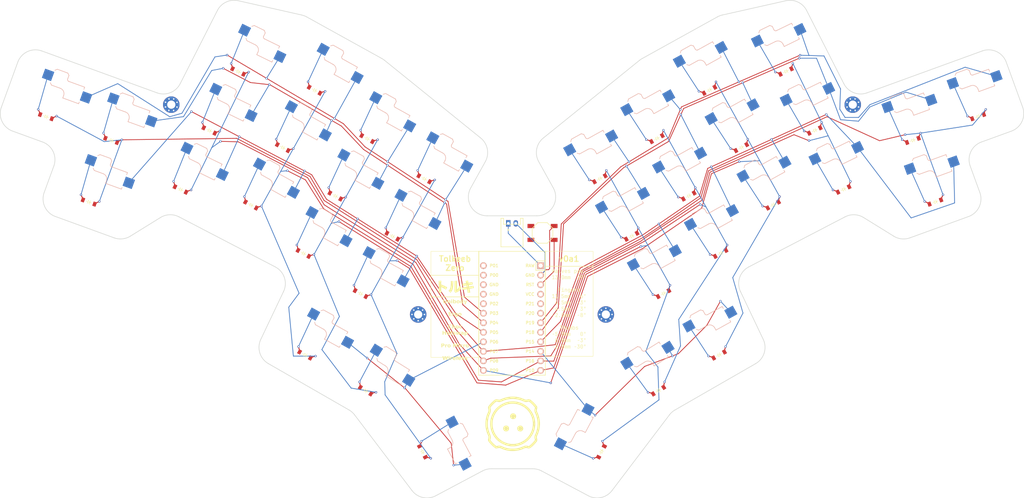
<source format=kicad_pcb>
(kicad_pcb (version 20240108) (generator "pcbnew") (generator_version "8.0")
  (title_block (title "tolkeeb") (rev "v1.0.0") (company "Unknown"))
  (layers (0 "F.Cu" signal) (31 "B.Cu" signal) (34 "B.Paste" user) (35 "F.Paste" user) (36 "B.SilkS" user "B.Silkscreen") (37 "F.SilkS" user "F.Silkscreen") (38 "B.Mask" user) (39 "F.Mask" user) (44 "Edge.Cuts" user))
  (net 0 "")
  (net 1 "pinky_extension_home")
  (net 2 "P3")
  (net 3 "pinky_bottom")
  (net 4 "P5")
  (net 5 "pinky_home")
  (net 6 "P4")
  (net 7 "ring_bottom")
  (net 8 "ring_home")
  (net 9 "ring_top")
  (net 10 "middle_bottom")
  (net 11 "middle_home")
  (net 12 "middle_top")
  (net 13 "index_bottom")
  (net 14 "index_home")
  (net 15 "index_top")
  (net 16 "inner_bottom")
  (net 17 "inner_home")
  (net 18 "inner_top")
  (net 19 "mirror_pinky_extension_home")
  (net 20 "P19")
  (net 21 "mirror_pinky_bottom")
  (net 22 "P15")
  (net 23 "mirror_pinky_home")
  (net 24 "P18")
  (net 25 "mirror_ring_bottom")
  (net 26 "mirror_ring_home")
  (net 27 "mirror_ring_top")
  (net 28 "mirror_middle_bottom")
  (net 29 "mirror_middle_home")
  (net 30 "mirror_middle_top")
  (net 31 "mirror_index_bottom")
  (net 32 "mirror_index_home")
  (net 33 "mirror_index_top")
  (net 34 "mirror_inner_bottom")
  (net 35 "mirror_inner_home")
  (net 36 "mirror_inner_top")
  (net 37 "inner_default")
  (net 38 "P6")
  (net 39 "center_default")
  (net 40 "outer_default")
  (net 41 "mirror_inner_default")
  (net 42 "P14")
  (net 43 "mirror_center_default")
  (net 44 "mirror_outer_default")
  (net 45 "P7")
  (net 46 "P8")
  (net 47 "P9")
  (net 48 "P16")
  (net 49 "P10")
  (net 50 "RAW")
  (net 51 "GND")
  (net 52 "RST")
  (net 53 "VCC")
  (net 54 "P21")
  (net 55 "P20")
  (net 56 "P1")
  (net 57 "P0")
  (net 58 "P2")
  (footprint "E73:SW_TACT_ALPS_SKQGABE010" (layer "F.Cu") (at 158.527541 147.296987)
    (property "Reference" "B1" (hide yes))
    (property "Value" "" (hide yes))
  )
  (footprint "ChocBonusGoodies" (layer "F.Cu") (at 209.207702 120.422865 29)
    (property "Reference" "SB23" (hide yes))
    (property "Value" "")
  )
  (footprint "ProMicro" (layer "F.Cu") (at 150.400003 169.990003 -90)
    (property "Reference" "MCU1" (hide yes))
    (property "Value" "" (hide yes))
  )
  (footprint "MountingHole_2.2mm_M2_Pad_Via" (layer "F.Cu") (at 59.619598 113.085543 -23)
    (property "Reference" "_3" (hide yes))
    (property "Value" "")
  )
  (footprint "ChocBonusGoodies" (layer "F.Cu") (at 39.240742 134.629347 -20)
    (property "Reference" "SB2" (hide yes))
    (property "Value" "")
  )
  (footprint "ChocBonusGoodies" (layer "F.Cu") (at 130.719509 203.429414 -62)
    (property "Reference" "SB33" (hide yes))
    (property "Value" "")
  )
  (footprint "PG1350" (layer "F.Cu") (at 91.592298 120.422867 -29)
    (property "Reference" "S8" (hide yes))
    (property "Value" "" (hide yes))
  )
  (footprint "ChocBonusGoodies" (layer "F.Cu") (at 255.573908 118.184728 20)
    (property "Reference" "SB18" (hide yes))
    (property "Value" "")
  )
  (footprint "ComboDiode" (layer "F.Cu") (at 182.27664 148.156563 -151)
    (property "Reference" "D29" (hide yes))
    (property "Value" "" (hide yes))
  )
  (footprint "ChocBonusGoodies" (layer "F.Cu") (at 114.075289 118.021787 -29)
    (property "Reference" "SB12" (hide yes))
    (property "Value" "")
  )
  (footprint "ComboDiode" (layer "F.Cu") (at 189.003318 122.132499 -151)
    (property "Reference" "D27" (hide yes))
    (property "Value" "" (hide yes))
  )
  (footprint "ComboDiode" (layer "F.Cu") (at 111.382615 189.349826 148)
    (property "Reference" "D32" (hide yes))
    (property "Value" "" (hide yes))
  )
  (footprint "ChocBonusGoodies" (layer "F.Cu") (at 188.482202 159.351695 29)
    (property "Reference" "SB28" (hide yes))
    (property "Value" "")
  )
  (footprint "PG1350" (layer "F.Cu") (at 186.926768 185.364001 32)
    (property "Reference" "S35" (hide yes))
    (property "Value" "" (hide yes))
  )
  (footprint "PG1350" (layer "F.Cu") (at 209.207702 120.422865 29)
    (property "Reference" "S23" (hide yes))
    (property "Value" "" (hide yes))
  )
  (footprint "MountingHole_2.2mm_M2_Pad_Via" (layer "F.Cu") (at 175.400001 169.045849)
    (property "Reference" "_2" (hide yes))
    (property "Value" "")
  )
  (footprint "ChocBonusGoodies" (layer "F.Cu") (at 171.513866 128.740005 29)
    (property "Reference" "SB30" (hide yes))
    (property "Value" "")
  )
  (footprint "PG1350" (layer "F.Cu") (at 195.208881 133.327633 29)
    (property "Reference" "S26" (hide yes))
    (property "Value" "" (hide yes))
  )
  (footprint "PG1350" (layer "F.Cu") (at 129.286134 128.740005 -29)
    (property "Reference" "S15" (hide yes))
    (property "Value" "" (hide yes))
  )
  (footprint "ChocBonusGoodies" (layer "F.Cu") (at 27.841782 111.857357 -20)
    (property "Reference" "SB1" (hide yes))
    (property "Value" "")
  )
  (footprint "PG1350" (layer "F.Cu") (at 112.317799 159.351694 -29)
    (property "Reference" "S13" (hide yes))
    (property "Value" "" (hide yes))
  )
  (footprint "PG1350" (layer "F.Cu") (at 97.521295 175.731971 -29)
    (property "Reference" "S31" (hide yes))
    (property "Value" "" (hide yes))
  )
  (footprint "ChocBonusGoodies" (layer "F.Cu") (at 83.108131 135.728711 -29)
    (property "Reference" "SB7" (hide yes))
    (property "Value" "")
  )
  (footprint "ComboDiode" (layer "F.Cu") (at 95.242688 179.842684 151)
    (property "Reference" "D31" (hide yes))
    (property "Value" "" (hide yes))
  )
  (footprint "PG1350" (layer "F.Cu") (at 120.801966 144.04585 -29)
    (property "Reference" "S14" (hide yes))
    (property "Value" "" (hide yes))
  )
  (footprint "PG1350" (layer "F.Cu") (at 261.559259 134.629349 20)
    (property "Reference" "S17" (hide yes))
    (property "Value" "" (hide yes))
  )
  (footprint "ChocBonusGoodies" (layer "F.Cu") (at 236.663737 131.470024 26)
    (property "Reference" "SB19" (hide yes))
    (property "Value" "")
  )
  (footprint "Tolki:tachikoma15" (layer "F.Cu") (at 150.6 198.2)
    (property "Reference" "G***" (hide yes))
    (property "Value" "LOGO" (hide yes))
  )
  (footprint "ChocBonusGoodies" (layer "F.Cu") (at 261.559259 134.629349 20)
    (property "Reference" "SB17" (hide yes))
    (property "Value" "")
  )
  (footprint "ComboDiode" (layer "F.Cu") (at 126.569656 205.635931 118)
    (property "Reference" "D33" (hide yes))
    (property "Value" "" (hide yes))
  )
  (footprint "PG1350" (layer "F.Cu") (at 200.723533 105.11702 29)
    (property "Reference" "S24" (hide yes))
    (property "Value" "" (hide yes))
  )
  (footprint "ComboDiode" (layer "F.Cu") (at 26.234287 116.273913 160)
    (property "Reference" "D1" (hide yes))
    (property "Value" "" (hide yes))
  )
  (footprint "ComboDiode" (layer "F.Cu") (at 238.724083 135.694356 -154)
    (property "Reference" "D19" (hide yes))
    (property "Value" "" (hide yes))
  )
  (footprint "PG1350" (layer "F.Cu") (at 186.724711 118.021788 29)
    (property "Reference" "S27" (hide yes))
    (property "Value" "" (hide yes))
  )
  (footprint "MountingHole_2.2mm_M2_Pad_Via" (layer "F.Cu") (at 241.180402 113.085544 23)
    (property "Reference" "_4" (hide yes))
    (property "Value" "")
  )
  (footprint "ChocBonusGoodies" (layer "F.Cu") (at 113.873235 185.363998 -32)
    (property "Reference" "SB32" (hide yes))
    (property "Value" "")
  )
  (footprint "ComboDiode" (layer "F.Cu") (at 189.417388 189.349825 -148)
    (property "Reference" "D35" (hide yes))
    (property "Value" "" (hide yes))
  )
  (footprint "ComboDiode" (layer "F.Cu") (at 103.312516 137.438345 151)
    (property "Reference" "D11" (hide yes))
    (property "Value" "" (hide yes))
  )
  (footprint "PG1350" (layer "F.Cu") (at 255.573908 118.184728 20)
    (property "Reference" "S18" (hide yes))
    (property "Value" "" (hide yes))
  )
  (footprint "ChocBonusGoodies" (layer "F.Cu") (at 105.591122 133.327632 -29)
    (property "Reference" "SB11" (hide yes))
    (property "Value" "")
  )
  (footprint "PG1350" (layer "F.Cu") (at 113.873235 185.363998 -32)
    (property "Reference" "S32" (hide yes))
    (property "Value" "" (hide yes))
  )
  (footprint "JST_PH_S2B-PH-K_02x2.00mm_Angled" (layer "F.Cu") (at 150.400001 144.740004)
    (property "Reference" "JST1" (hide yes))
    (property "Value" "" (hide yes))
  )
  (footprint "ChocBonusGoodies" (layer "F.Cu") (at 179.998034 144.045849 29)
    (property "Reference" "SB29" (hide yes))
    (property "Value" "")
  )
  (footprint "ComboDiode" (layer "F.Cu") (at 174.230347 205.635932 -118)
    (property "Reference" "D36" (hide yes))
    (property "Value" "" (hide yes))
  )
  (footprint "ComboDiode" (layer "F.Cu") (at 69.747417 119.965459 154)
    (property "Reference" "D5" (hide yes))
    (property "Value" "" (hide yes))
  )
  (footprint "PG1350" (layer "F.Cu") (at 171.513866 128.740005 29)
    (property "Reference" "S30" (hide yes))
    (property "Value" "" (hide yes))
  )
  (footprint "ComboDiode" (layer "F.Cu") (at 111.796687 122.132498 151)
    (property "Reference" "D12" (hide yes))
    (property "Value" "" (hide yes))
  )
  (footprint "PG1350" (layer "F.Cu") (at 272.958219 111.857355 20)
    (property "Reference" "S16" (hide yes))
    (property "Value" "" (hide yes))
  )
  (footprint "ChocBonusGoodies" (layer "F.Cu") (at 64.136266 131.470021 -26)
    (property "Reference" "SB4" (hide yes))
    (property "Value" "")
  )
  (footprint "ChocBonusGoodies" (layer "F.Cu") (at 186.926768 185.364001 32)
    (property "Reference" "SB35" (hide yes))
    (property "Value" "")
  )
  (footprint "PG1350" (layer "F.Cu") (at 130.719509 203.429414 -62)
    (property "Reference" "S33" (hide yes))
    (property "Value" "" (hide yes))
  )
  (footprint "ChocBonusGoodies" (layer "F.Cu") (at 195.208881 133.327633 29)
    (property "Reference" "SB26" (hide yes))
    (property "Value" "")
  )
  (footprint "ComboDiode" (layer "F.Cu") (at 274.565714 116.273909 -160)
    (property "Reference" "D16" (hide yes))
    (property "Value" "" (hide yes))
  )
  (footprint "PG1350" (layer "F.Cu") (at 45.226093 118.184729 -20)
    (property "Reference" "S3" (hide yes))
    (property "Value" "" (hide yes))
  )
  (footprint "ComboDiode" (layer "F.Cu") (at 173.792472 132.850718 -151)
    (property "Reference" "D30" (hide yes))
    (property "Value" "" (hide yes))
  )
  (footprint "PG1350" (layer "F.Cu") (at 100.076468 105.117022 -29)
    (property "Reference" "S9" (hide yes))
    (property "Value" "" (hide yes))
  )
  (footprint "ComboDiode" (layer "F.Cu") (at 211.486306 124.533577 -151)
    (property "Reference" "D23" (hide yes))
    (property "Value" "" (hide yes))
  )
  (footprint "ChocBonusGoodies" (layer "F.Cu") (at 221.320747 100.01223 26)
    (property "Reference" "SB21" (hide yes))
    (property "Value" "")
  )
  (footprint "ComboDiode" (layer "F.Cu") (at 37.633247 139.045902 160)
    (property "Reference" "D2" (hide yes))
    (property "Value" "" (hide yes))
  )
  (footprint "ComboDiode" (layer "F.Cu") (at 205.971653 152.744189 -151)
    (property "Reference" "D25" (hide yes))
    (property "Value" "" (hide yes))
  )
  (footprint "ComboDiode" (layer "F.Cu") (at 263.166755 139.045905 -160)
    (property "Reference" "D17" (hide yes))
    (property "Value" "" (hide yes))
  )
  (footprint "ChocBonusGoodies" (layer "F.Cu") (at 112.317799 159.351694 -29)
    (property "Reference" "SB13" (hide yes))
    (property "Value" "")
  )
  (footprint "PG1350" (layer "F.Cu") (at 83.108131 135.728711 -29)
    (property "Reference" "S7" (hide yes))
    (property "Value" "" (hide yes))
  )
  (footprint "ComboDiode" (layer "F.Cu") (at 110.039195 163.462406 151)
    (property "Reference" "D13" (hide yes))
    (property "Value" "" (hide yes))
  )
  (footprint "ChocBonusGoodies" (layer "F.Cu") (at 79.479254 100.012231 -26)
    (property "Reference" "SB6" (hide yes))
    (property "Value" "")
  )
  (footprint "ComboDiode" (layer "F.Cu") (at 80.829528 139.83942 151)
    (property "Reference" "D7" (hide yes))
    (property "Value" "" (hide yes))
  )
  (footprint "ChocBonusGoodies" (layer "F.Cu") (at 100.076468 105.117022 -29)
    (property "Reference" "SB9" (hide yes))
    (property "Value" "")
  )
  (footprint "ComboDiode" (layer "F.Cu") (at 223.38109 104.236563 -154)
    (property "Reference" "D21" (hide yes))
    (property "Value" "" (hide yes))
  )
  (footprint "ComboDiode" (layer "F.Cu") (at 127.00753 132.850718 151)
    (property "Reference" "D15" (hide yes))
    (property "Value" "" (hide yes))
  )
  (footprint "PG1350" (layer "F.Cu") (at 39.240742 134.629347 -20)
    (property "Reference" "S2" (hide yes))
    (property "Value" "" (hide yes))
  )
  (footprint "PG1350" (layer "F.Cu") (at 79.479254 100.012231 -26)
    (property "Reference" "S6" (hide yes))
    (property "Value" "" (hide yes))
  )
  (footprint "ChocBonusGoodies" (layer "F.Cu") (at 120.801966 144.04585 -29)
    (property "Reference" "SB14" (hide yes))
    (property "Value" "")
  )
  (footprint "ComboDiode" (layer "F.Cu") (at 219.970475 139.839424 -151)
    (property "Reference" "D22" (hide yes))
    (property "Value" "" (hide yes))
  )
  (footprint "ComboDiode" (layer "F.Cu") (at 203.002138 109.227732 -151)
    (property "Reference" "D24" (hide yes))
    (property "Value" "" (hide yes))
  )
  (footprint "PG1350" (layer "F.Cu") (at 71.807761 115.741126 -26)
    (property "Reference" "S5" (hide yes))
    (property "Value" "" (hide yes))
  )
  (footprint "ChocBonusGoodies" (layer "F.Cu") (at 97.106956 148.633477 -29)
    (property "Reference" "SB10" (hide yes))
    (property "Value" "")
  )
  (footprint "PG1350" (layer "F.Cu") (at 236.663737 131.470024 26)
    (property "Reference" "S19" (hide yes))
    (property "Value" "" (hide yes))
  )
  (footprint "ComboDiode" (layer "F.Cu") (at 205.557314 179.842682 -151)
    (property "Reference" "D34" (hide yes))
    (property "Value" "" (hide yes))
  )
  (footprint "ChocBonusGoodies" (layer "F.Cu") (at 170.080494 203.429414 62)
    (property "Reference" "SB36" (hide yes))
    (property "Value" "")
  )
  (footprint "ComboDiode" (layer "F.Cu") (at 257.181403 122.601283 -160)
    (property "Reference" "D18" (hide yes))
    (property "Value" "" (hide yes))
  )
  (footprint "ComboDiode" (layer "F.Cu") (at 62.07592 135.694354 154)
    (property "Reference" "D4" (hide yes))
    (property "Value" "" (hide yes))
  )
  (footprint "ChocBonusGoodies" (layer "F.Cu") (at 97.521295 175.731971 -29)
    (property "Reference" "SB31" (hide yes))
    (property "Value" "")
  )
  (footprint "PG1350" (layer "F.Cu") (at 221.320747 100.01223 26)
    (property "Reference" "S21" (hide yes))
    (property "Value" "" (hide yes))
  )
  (footprint "ChocBonusGoodies" (layer "F.Cu") (at 91.592298 120.422867 -29)
    (property "Reference" "SB8" (hide yes))
    (property "Value" "")
  )
  (footprint "ChocBonusGoodies" (layer "F.Cu") (at 203.278706 175.73197 29)
    (property "Reference" "SB34" (hide yes))
    (property "Value" "")
  )
  (footprint "ComboDiode" (layer "F.Cu") (at 89.313696 124.533579 151)
    (property "Reference" "D8" (hide yes))
    (property "Value" "" (hide yes))
  )
  (footprint "PG1350" (layer "F.Cu") (at 27.841782 111.857357 -20)
    (property "Reference" "S1" (hide yes))
    (property "Value" "" (hide yes))
  )
  (footprint "ComboDiode" (layer "F.Cu") (at 97.797863 109.227733 151)
    (property "Reference" "D9" (hide yes))
    (property "Value" "" (hide yes))
  )
  (footprint "PG1350" (layer "F.Cu") (at 170.080494 203.429414 62)
    (property "Reference" "S36" (hide yes))
    (property "Value" "" (hide yes))
  )
  (footprint "ComboDiode" (layer "F.Cu") (at 197.487487 137.438344 -151)
    (property "Reference" "D26" (hide yes))
    (property "Value" "" (hide yes))
  )
  (footprint "ChocBonusGoodies" (layer "F.Cu") (at 217.69187 135.728709 29)
    (property "Reference" "SB22" (hide yes))
    (property "Value" "")
  )
  (footprint "PG1350" (layer "F.Cu") (at 203.693048 148.633477 29)
    (property "Reference" "S25" (hide yes))
    (property "Value" "" (hide yes))
  )
  (footprint "ComboDiode" (layer "F.Cu") (at 94.828348 152.744191 151)
    (property "Reference" "D10" (hide yes))
    (property "Value" "" (hide yes))
  )
  (footprint "ComboDiode" (layer "F.Cu") (at 190.760809 163.462408 -151)
    (property "Reference" "D28" (hide yes))
    (property "Value" "" (hide yes))
  )
  (footprint "PG1350" (layer "F.Cu") (at 105.591122 133.327632 -29)
    (property "Reference" "S11" (hide yes))
    (property "Value" "" (hide yes))
  )
  (footprint "ChocBonusGoodies" (layer "F.Cu") (at 45.226093 118.184729 -20)
    (property "Reference" "SB3" (hide yes))
    (property "Value" "")
  )
  (footprint "ComboDiode" (layer "F.Cu") (at 77.418911 104.236563 154)
    (property "Reference" "D6" (hide yes))
    (property "Value" "" (hide yes))
  )
  (footprint "PG1350" (layer "F.Cu") (at 97.106956 148.633477 -29)
    (property "Reference" "S10" (hide yes))
    (property "Value" "" (hide yes))
  )
  (footprint "ChocBonusGoodies" (layer "F.Cu") (at 71.807761 115.741126 -26)
    (property "Reference" "SB5" (hide yes))
    (property "Value" "")
  )
  (footprint "PG1350" (layer "F.Cu") (at 64.136266 131.470021 -26)
    (property "Reference" "S4" (hide yes))
    (property "Value" "" (hide yes))
  )
  (footprint "ChocBonusGoodies" (layer "F.Cu") (at 203.693048 148.633477 29)
    (property "Reference" "SB25" (hide yes))
    (property "Value" "")
  )
  (footprint "ChocBonusGoodies" (layer "F.Cu") (at 129.286134 128.740005 -29)
    (property "Reference" "SB15" (hide yes))
    (property "Value" "")
  )
  (footprint "ChocBonusGoodies" (layer "F.Cu") (at 200.723533 105.11702 29)
    (property "Reference" "SB24" (hide yes))
    (property "Value" "")
  )
  (footprint "ComboDiode" (layer "F.Cu") (at 231.052586 119.965458 -154)
    (property "Reference" "D20" (hide yes))
    (property "Value" "" (hide yes))
  )
  (footprint "ComboDiode" (layer "F.Cu") (at 43.618601 122.601284 160)
    (property "Reference" "D3" (hide yes))
    (property "Value" "" (hide yes))
  )
  (footprint "PG1350" (layer "F.Cu") (at 217.69187 135.728709 29)
    (property "Reference" "S22" (hide yes))
    (property "Value" "" (hide yes))
  )
  (footprint "ChocBonusGoodies" (layer "F.Cu") (at 272.958219 111.857355 20)
    (property "Reference" "SB16" (hide yes))
    (property "Value" "")
  )
  (footprint "ComboDiode" (layer "F.Cu") (at 118.523361 148.156561 151)
    (property "Reference" "D14" (hide yes))
    (property "Value" "" (hide yes))
  )
  (footprint "PG1350" (layer "F.Cu") (at 188.482202 159.351695 29)
    (property "Reference" "S28" (hide yes))
    (property "Value" "" (hide yes))
  )
  (footprint "PG1350" (layer "F.Cu") (at 179.998034 144.045849 29)
    (property "Reference" "S29" (hide yes))
    (property "Value" "" (hide yes))
  )
  (footprint "ChocBonusGoodies" (layer "F.Cu") (at 186.724711 118.021788 29)
    (property "Reference" "SB27" (hide yes))
    (property "Value" "")
  )
  (footprint "PG1350" (layer "F.Cu") (at 203.278706 175.73197 29)
    (property "Reference" "S34" (hide yes))
    (property "Value" "" (hide yes))
  )
  (footprint "PG1350" (layer "F.Cu") (at 228.992241 115.741127 26)
    (property "Reference" "S20" (hide yes))
    (property "Value" "" (hide yes))
  )
  (footprint "ChocBonusGoodies" (layer "F.Cu") (at 228.992241 115.741127 26)
    (property "Reference" "SB20" (hide yes))
    (property "Value" "")
  )
  (footprint "PG1350" (layer "F.Cu") (at 114.075289 118.021787 -29)
    (property "Reference" "S12" (hide yes))
    (property "Value" "" (hide yes))
  )
  (footprint "MountingHole_2.2mm_M2_Pad_Via" (layer "F.Cu") (at 125.4 169.045849)
    (property "Reference" "_1" (hide yes))
    (property "Value" "")
  )
  (gr_line (start 275.039443 136.507099) (end 272.474293 129.459404) (stroke (width 0.15)) (layer "Edge.Cuts"))
  (gr_line (start 275.669082 98.765661) (end 244.980921 109.935241) (stroke (width 0.15)) (layer "Edge.Cuts"))
  (gr_line (start 116.447374 101.272133) (end 142.053873 121.981097) (stroke (width 0.15)) (layer "Edge.Cuts"))
  (gr_arc (start 157.517178 128.292862) (mid 156.982442 124.913219) (end 158.746129 121.981096) (stroke (width 0.15)) (layer "Edge.Cuts"))
  (gr_arc (start 71.896495 87.98559) (mid 74.226068 85.725034) (end 77.452837 85.371414) (stroke (width 0.15)) (layer "Edge.Cuts"))
  (gr_line (start 184.352629 101.272133) (end 158.746129 121.981096) (stroke (width 0.15)) (layer "Edge.Cuts"))
  (gr_line (start 157.517178 128.292862) (end 161.404483 135.305746) (stroke (width 0.15)) (layer "Edge.Cuts"))
  (gr_arc (start 239.1278 143.006888) (mid 241.622278 142.445385) (end 244.068176 143.190526) (stroke (width 0.15)) (layer "Edge.Cuts"))
  (gr_line (start 143.282824 128.292858) (end 139.395519 135.305747) (stroke (width 0.15)) (layer "Edge.Cuts"))
  (gr_arc (start 17.349961 120.143668) (mid 14.528513 117.558306) (end 14.3616 113.735102) (stroke (width 0.15)) (layer "Edge.Cuts"))
  (gr_arc (start 56.731827 143.190526) (mid 59.177732 142.445396) (end 61.672199 143.006888) (stroke (width 0.15)) (layer "Edge.Cuts"))
  (gr_line (start 142.515044 210.776771) (end 130.081275 217.387925) (stroke (width 0.15)) (layer "Edge.Cuts"))
  (gr_line (start 244.068176 143.190526) (end 252.087506 148.1545) (stroke (width 0.15)) (layer "Edge.Cuts"))
  (gr_arc (start 94.374752 89.180994) (mid 95.055694 89.386144) (end 95.70065 89.685814) (stroke (width 0.15)) (layer "Edge.Cuts"))
  (gr_line (start 14.3616 113.735102) (end 18.722357 101.754021) (stroke (width 0.15)) (layer "Edge.Cuts"))
  (gr_line (start 155.9376 210.191511) (end 144.862401 210.191512) (stroke (width 0.15)) (layer "Edge.Cuts"))
  (gr_arc (start 155.9376 210.191511) (mid 157.147207 210.34004) (end 158.28496 210.776774) (stroke (width 0.15)) (layer "Edge.Cuts"))
  (gr_arc (start 87.316202 156.356311) (mid 89.747772 159.201061) (end 89.523817 162.936709) (stroke (width 0.15)) (layer "Edge.Cuts"))
  (gr_line (start 158.28496 210.776774) (end 170.71873 217.387928) (stroke (width 0.15)) (layer "Edge.Cuts"))
  (gr_line (start 83.472477 175.675934) (end 89.523817 162.936709) (stroke (width 0.15)) (layer "Edge.Cuts"))
  (gr_line (start 286.438402 113.735102) (end 282.077645 101.754022) (stroke (width 0.15)) (layer "Edge.Cuts"))
  (gr_line (start 95.70065 89.685814) (end 115.727274 100.786751) (stroke (width 0.15)) (layer "Edge.Cuts"))
  (gr_line (start 205.099353 89.685813) (end 185.072728 100.786751) (stroke (width 0.15)) (layer "Edge.Cuts"))
  (gr_arc (start 286.438401 113.735105) (mid 286.271452 117.55828) (end 283.45004 120.143669) (stroke (width 0.15)) (layer "Edge.Cuts"))
  (gr_line (start 25.130921 98.765659) (end 55.819081 109.935237) (stroke (width 0.15)) (layer "Edge.Cuts"))
  (gr_line (start 25.760561 136.5071) (end 28.325713 129.459403) (stroke (width 0.15)) (layer "Edge.Cuts"))
  (gr_line (start 143.768616 142.729795) (end 157.031386 142.729794) (stroke (width 0.15)) (layer "Edge.Cuts"))
  (gr_arc (start 275.669082 98.765661) (mid 279.492236 98.932645) (end 282.077645 101.754022) (stroke (width 0.15)) (layer "Edge.Cuts"))
  (gr_arc (start 48.712498 148.154499) (mid 46.592991 148.876836) (end 44.370768 148.601548) (stroke (width 0.15)) (layer "Edge.Cuts"))
  (gr_line (start 25.337348 123.050837) (end 17.349961 120.143668) (stroke (width 0.15)) (layer "Edge.Cuts"))
  (gr_arc (start 217.327527 175.675933) (mid 217.583934 179.311713) (end 215.304122 182.155465) (stroke (width 0.15)) (layer "Edge.Cuts"))
  (gr_arc (start 61.987371 107.500517) (mid 59.364927 109.887576) (end 55.819081 109.935237) (stroke (width 0.15)) (layer "Edge.Cuts"))
  (gr_arc (start 177.050849 215.993399) (mid 174.14147 217.856166) (end 170.71873 217.387928) (stroke (width 0.15)) (layer "Edge.Cuts"))
  (gr_arc (start 275.039441 136.507099) (mid 274.872557 140.330312) (end 272.051081 142.91566) (stroke (width 0.15)) (layer "Edge.Cuts"))
  (gr_line (start 44.370768 148.601548) (end 28.748921 142.915663) (stroke (width 0.15)) (layer "Edge.Cuts"))
  (gr_line (start 123.749154 215.9934) (end 108.458042 195.818838) (stroke (width 0.15)) (layer "Edge.Cuts"))
  (gr_arc (start 223.347164 85.371416) (mid 226.573908 85.725073) (end 228.903507 87.985592) (stroke (width 0.15)) (layer "Edge.Cuts"))
  (gr_arc (start 143.768616 142.729795) (mid 139.46051 140.267468) (end 139.395519 135.305747) (stroke (width 0.15)) (layer "Edge.Cuts"))
  (gr_line (start 275.462655 123.050838) (end 283.45004 120.143669) (stroke (width 0.15)) (layer "Edge.Cuts"))
  (gr_arc (start 205.099353 89.685813) (mid 205.744304 89.386132) (end 206.425251 89.180994) (stroke (width 0.15)) (layer "Edge.Cuts"))
  (gr_line (start 56.731827 143.190526) (end 48.712498 148.154499) (stroke (width 0.15)) (layer "Edge.Cuts"))
  (gr_line (start 256.429234 148.601548) (end 272.051081 142.91566) (stroke (width 0.15)) (layer "Edge.Cuts"))
  (gr_arc (start 244.980921 109.935237) (mid 241.435064 109.887607) (end 238.812629 107.500516) (stroke (width 0.15)) (layer "Edge.Cuts"))
  (gr_line (start 213.483801 156.356309) (end 239.1278 143.006888) (stroke (width 0.15)) (layer "Edge.Cuts"))
  (gr_line (start 177.050849 215.993399) (end 192.341962 195.81884) (stroke (width 0.15)) (layer "Edge.Cuts"))
  (gr_arc (start 256.429234 148.601547) (mid 254.207022 148.876758) (end 252.087506 148.1545) (stroke (width 0.15)) (layer "Edge.Cuts"))
  (gr_line (start 238.812629 107.500516) (end 228.903507 87.985592) (stroke (width 0.15)) (layer "Edge.Cuts"))
  (gr_line (start 193.83377 194.504863) (end 215.304122 182.155465) (stroke (width 0.15)) (layer "Edge.Cuts"))
  (gr_arc (start 106.966231 194.504859) (mid 107.778089 195.086968) (end 108.45804 195.818835) (stroke (width 0.15)) (layer "Edge.Cuts"))
  (gr_arc (start 142.053871 121.981097) (mid 143.81755 124.91321) (end 143.282824 128.292858) (stroke (width 0.15)) (layer "Edge.Cuts"))
  (gr_line (start 106.966231 194.504859) (end 85.495882 182.155466) (stroke (width 0.15)) (layer "Edge.Cuts"))
  (gr_line (start 223.347165 85.371417) (end 206.425251 89.180994) (stroke (width 0.15)) (layer "Edge.Cuts"))
  (gr_arc (start 192.341962 195.818837) (mid 193.021896 195.086952) (end 193.83377 194.504863) (stroke (width 0.15)) (layer "Edge.Cuts"))
  (gr_arc (start 115.727274 100.786751) (mid 116.097882 101.013778) (end 116.447374 101.272133) (stroke (width 0.15)) (layer "Edge.Cuts"))
  (gr_arc (start 161.404483 135.305747) (mid 161.339539 140.267489) (end 157.031386 142.729794) (stroke (width 0.15)) (layer "Edge.Cuts"))
  (gr_arc (start 184.352631 101.272133) (mid 184.702123 101.013781) (end 185.072728 100.786751) (stroke (width 0.15)) (layer "Edge.Cuts"))
  (gr_line (start 87.316202 156.356311) (end 61.672199 143.006888) (stroke (width 0.15)) (layer "Edge.Cuts"))
  (gr_line (start 77.452837 85.371414) (end 94.374752 89.180994) (stroke (width 0.15)) (layer "Edge.Cuts"))
  (gr_arc (start 272.474293 129.459404) (mid 272.641193 125.636199) (end 275.462655 123.050838) (stroke (width 0.15)) (layer "Edge.Cuts"))
  (gr_line (start 61.987374 107.500519) (end 71.896495 87.98559) (stroke (width 0.15)) (layer "Edge.Cuts"))
  (gr_arc (start 28.748921 142.915663) (mid 25.927498 140.330282) (end 25.760561 136.5071) (stroke (width 0.15)) (layer "Edge.Cuts"))
  (gr_line (start 217.327527 175.675933) (end 211.276183 162.936711) (stroke (width 0.15)) (layer "Edge.Cuts"))
  (gr_arc (start 25.337348 123.050837) (mid 28.158788 125.636218) (end 28.325713 129.459403) (stroke (width 0.15)) (layer "Edge.Cuts"))
  (gr_arc (start 85.495883 182.155465) (mid 83.216192 179.311671) (end 83.472477 175.675934) (stroke (width 0.15)) (layer "Edge.Cuts"))
  (gr_arc (start 130.081275 217.387925) (mid 126.658525 217.8562) (end 123.749154 215.9934) (stroke (width 0.15)) (layer "Edge.Cuts"))
  (gr_arc (start 18.722356 101.754025) (mid 21.307728 98.932582) (end 25.130921 98.765659) (stroke (width 0.15)) (layer "Edge.Cuts"))
  (gr_arc (start 211.276183 162.936711) (mid 211.052232 159.201068) (end 213.483801 156.356309) (stroke (width 0.15)) (layer "Edge.Cuts"))
  (gr_arc (start 142.515044 210.776771) (mid 143.652789 210.340019) (end 144.862401 210.191512) (stroke (width 0.15)) (layer "Edge.Cuts"))
  (gr_text_box "Tolkeeb\nZero" (start 128.8 152.2) (end 141.6 158.6) (layer "F.SilkS") (effects (font (size 1.5 1.5) (thickness 0.3) (bold yes)) (justify top)) (border yes) (stroke (width 0.1)))
  (gr_text_box "Unibody\n\nErgo\n\nChoc Hotswap\n\nPro Micro\n\nWireless" (start 128.8 164.3) (end 141.6 180.5) (layer "F.SilkS") (effects (font (size 1 1) (thickness 0.2) (bold yes)) (justify top)) (border yes) (stroke (width 0.1)))
  (gr_text_box "v0a1" (start 159.2 152.2) (end 172 156.2) (layer "F.SilkS") (effects (font (size 1.5 1.5) (thickness 0.3) (bold yes)) (justify top)) (border yes) (stroke (width 0.1)))
  (gr_text_box "Halves pos.\n13.0mm  29°\n\nFingers\n11.5mm   6°\n 4.5mm  -3°\n-4.5mm   3°\n-2.0mm  -8°\n\nThumbs\n-5.0mm   0°\n 0.0mm  -3°\n-2.0mm -30°" (start 159.2 156.2) (end 172 180.2) (layer "F.SilkS") (effects (font (size 1 1) (thickness 0.125)) (justify top)) (border yes) (stroke (width 0.1)))
  (gr_text_box "トルキ" (start 128.8 158.6) (end 141.6 164.4) (layer "F.SilkS") (effects (font (size 2.5 2.5) (thickness 0.3) (bold yes)) (justify top)) (border yes) (stroke (width 0.1)))
  (segment (start 26.799309 105.146067) (end 24.167307 114.350996) (width 0.2) (layer "B.Cu") (net 1))
  (segment (start 117.267784 128.303039) (end 132.684992 138.442702) (width 0.2) (layer "F.Cu") (net 2))
  (segment (start 137.73099 164.404791) (end 142.780003 168.720002) (width 0.2) (layer "F.Cu") (net 2))
  (segment (start 105.498512 118.182855) (end 111.234964 124.335343) (width 0.2) (layer "F.Cu") (net 2))
  (segment (start 85.003076 106.066166) (end 103.087283 116.757363) (width 0.2) (layer "F.Cu") (net 2))
  (segment (start 132.684992 138.442702) (end 133.355306 138.883558) (width 0.2) (layer "F.Cu") (net 2))
  (segment (start 111.234964 124.335343) (end 117.267784 128.303039) (width 0.2) (layer "F.Cu") (net 2))
  (segment (start 103.087283 116.757363) (end 105.498512 118.182855) (width 0.2) (layer "F.Cu") (net 2))
  (segment (start 74.497011 99.85509) (end 85.003076 106.066166) (width 0.2) (layer "F.Cu") (net 2))
  (segment (start 133.355306 138.883558) (end 137.73099 164.404791) (width 0.2) (layer "F.Cu") (net 2))
  (via (at 132.684992 138.442702) (size 0.6) (drill 0.3) (layers "F.Cu" "B.Cu") (net 2))
  (via (at 85.003076 106.066166) (size 0.6) (drill 0.3) (layers "F.Cu" "B.Cu") (net 2))
  (via (at 117.267784 128.303039) (size 0.6) (drill 0.3) (layers "F.Cu" "B.Cu") (net 2))
  (via (at 103.087283 116.757363) (size 0.6) (drill 0.3) (layers "F.Cu" "B.Cu") (net 2))
  (via (at 74.497011 99.85509) (size 0.6) (drill 0.3) (layers "F.Cu" "B.Cu") (net 2))
  (segment (start 88.560667 100.269274) (end 85.003076 106.066166) (width 0.2) (layer "B.Cu") (net 2))
  (segment (start 45.346263 107.47833) (end 59.205217 116.303827) (width 0.2) (layer "B.Cu") (net 2))
  (segment (start 138.341648 129.471981) (end 132.684992 138.442702) (width 0.2) (layer "B.Cu") (net 2))
  (segment (start 123.130803 118.753762) (end 117.267784 128.303039) (width 0.2) (layer "B.Cu") (net 2))
  (segment (start 109.131983 105.848998) (end 103.087283 116.757363) (width 0.2) (layer "B.Cu") (net 2))
  (segment (start 36.900314 111.163726) (end 45.346263 107.47833) (width 0.2) (layer "B.Cu") (net 2))
  (segment (start 71.253381 100.343824) (end 74.497011 99.85509) (width 0.2) (layer "B.Cu") (net 2))
  (segment (start 62.467846 115.368283) (end 71.253381 100.343824) (width 0.2) (layer "B.Cu") (net 2))
  (segment (start 59.205217 116.303827) (end 62.467846 115.368283) (width 0.2) (layer "B.Cu") (net 2))
  (segment (start 38.198269 127.91806) (end 35.566268 137.122988) (width 0.2) (layer "B.Cu") (net 3))
  (segment (start 109.275679 143.546244) (end 125.035579 153.480207) (width 0.2) (layer "F.Cu") (net 4))
  (segment (start 64.99278 114.938511) (end 77.741586 121.641438) (width 0.2) (layer "F.Cu") (net 4))
  (segment (start 135.481866 168.874852) (end 142.780003 173.800003) (width 0.2) (layer "F.Cu") (net 4))
  (segment (start 97.041862 131.788923) (end 100.972075 138.312221) (width 0.2) (layer "F.Cu") (net 4))
  (segment (start 100.972075 138.312221) (end 109.275679 143.546244) (width 0.2) (layer "F.Cu") (net 4))
  (segment (start 125.035579 153.480207) (end 135.481866 168.874852) (width 0.2) (layer "F.Cu") (net 4))
  (segment (start 77.741586 121.641438) (end 95.094128 130.764865) (width 0.2) (layer "F.Cu") (net 4))
  (segment (start 95.094128 130.764865) (end 97.041862 131.788923) (width 0.2) (layer "F.Cu") (net 4))
  (via (at 125.035579 153.480207) (size 0.6) (drill 0.3) (layers "F.Cu" "B.Cu") (net 4))
  (via (at 109.275679 143.546244) (size 0.6) (drill 0.3) (layers "F.Cu" "B.Cu") (net 4))
  (via (at 77.741586 121.641438) (size 0.6) (drill 0.3) (layers "F.Cu" "B.Cu") (net 4))
  (via (at 95.094128 130.764865) (size 0.6) (drill 0.3) (layers "F.Cu" "B.Cu") (net 4))
  (via (at 64.99278 114.938511) (size 0.6) (drill 0.3) (layers "F.Cu" "B.Cu") (net 4))
  (segment (start 73.217678 131.727065) (end 77.741586 121.641438) (width 0.2) (layer "B.Cu") (net 4))
  (segment (start 121.373313 160.083669) (end 125.035579 153.480207) (width 0.2) (layer "B.Cu") (net 4))
  (segment (start 106.162469 149.365454) (end 109.275679 143.546244) (width 0.2) (layer "B.Cu") (net 4))
  (segment (start 48.299274 133.935717) (end 64.99278 114.938511) (width 0.2) (layer "B.Cu") (net 4))
  (segment (start 92.163646 136.460686) (end 95.094128 130.764865) (width 0.2) (layer "B.Cu") (net 4))
  (segment (start 44.18362 111.473442) (end 41.551623 120.678367) (width 0.2) (layer "B.Cu") (net 5))
  (segment (start 104.93574 118.78559) (end 110.847116 125.03504) (width 0.2) (layer "F.Cu") (net 6))
  (segment (start 132.464723 139.252611) (end 132.967458 139.583253) (width 0.2) (layer "F.Cu") (net 6))
  (segment (start 85.736036 107.752936) (end 85.888031 107.76993) (width 0.2) (layer "F.Cu") (net 6))
  (segment (start 80.720236 107.192083) (end 85.736036 107.752936) (width 0.2) (layer "F.Cu") (net 6))
  (segment (start 73.451392 103.391569) (end 80.720236 107.192083) (width 0.2) (layer "F.Cu") (net 6))
  (segment (start 110.847116 125.03504) (end 117.215094 129.223161) (width 0.2) (layer "F.Cu") (net 6))
  (segment (start 117.215094 129.223161) (end 132.464723 139.252611) (width 0.2) (layer "F.Cu") (net 6))
  (segment (start 85.888031 107.76993) (end 102.338325 117.283454) (width 0.2) (layer "F.Cu") (net 6))
  (segment (start 102.338325 117.283454) (end 104.93574 118.78559) (width 0.2) (layer "F.Cu") (net 6))
  (segment (start 132.967458 139.583253) (end 137.286142 166.444917) (width 0.2) (layer "F.Cu") (net 6))
  (segment (start 137.286142 166.444917) (end 142.780003 171.260002) (width 0.2) (layer "F.Cu") (net 6))
  (via (at 73.451392 103.391569) (size 0.6) (drill 0.3) (layers "F.Cu" "B.Cu") (net 6))
  (via (at 85.736036 107.752936) (size 0.6) (drill 0.3) (layers "F.Cu" "B.Cu") (net 6))
  (via (at 132.464723 139.252611) (size 0.6) (drill 0.3) (layers "F.Cu" "B.Cu") (net 6))
  (via (at 117.215094 129.223161) (size 0.6) (drill 0.3) (layers "F.Cu" "B.Cu") (net 6))
  (via (at 102.338325 117.283454) (size 0.6) (drill 0.3) (layers "F.Cu" "B.Cu") (net 6))
  (segment (start 54.284626 117.491098) (end 62.876656 116.280902) (width 0.2) (layer "B.Cu") (net 6))
  (segment (start 114.646635 134.059609) (end 117.215094 129.223161) (width 0.2) (layer "B.Cu") (net 6))
  (segment (start 80.889173 115.99817) (end 85.736036 107.752936) (width 0.2) (layer "B.Cu") (net 6))
  (segment (start 100.647813 121.154841) (end 102.338325 117.283454) (width 0.2) (layer "B.Cu") (net 6))
  (segment (start 129.857481 144.777825) (end 132.464723 139.252611) (width 0.2) (layer "B.Cu") (net 6))
  (segment (start 70.382687 103.977265) (end 73.451392 103.391569) (width 0.2) (layer "B.Cu") (net 6))
  (segment (start 62.876656 116.280902) (end 70.382687 103.977265) (width 0.2) (layer "B.Cu") (net 6))
  (segment (start 63.801022 124.686535) (end 60.221264 133.565917) (width 0.2) (layer "B.Cu") (net 7))
  (segment (start 71.472516 108.95764) (end 67.89276 117.83702) (width 0.2) (layer "B.Cu") (net 8))
  (segment (start 79.144013 93.22874) (end 75.564256 102.108125) (width 0.2) (layer "B.Cu") (net 9))
  (segment (start 83.12837 128.936971) (end 79.088807 137.616836) (width 0.2) (layer "B.Cu") (net 10))
  (segment (start 91.612538 113.631125) (end 87.572977 122.31099) (width 0.2) (layer "B.Cu") (net 11))
  (segment (start 100.096705 98.325283) (end 96.057144 107.005145) (width 0.2) (layer "B.Cu") (net 12))
  (segment (start 97.127192 141.841738) (end 93.087627 150.521603) (width 0.2) (layer "B.Cu") (net 13))
  (segment (start 105.611359 126.535893) (end 101.571795 135.215759) (width 0.2) (layer "B.Cu") (net 14))
  (segment (start 114.095528 111.230047) (end 110.055963 119.909913) (width 0.2) (layer "B.Cu") (net 15))
  (segment (start 112.338037 152.559957) (end 108.298472 161.23982) (width 0.2) (layer "B.Cu") (net 16))
  (segment (start 120.822204 137.25411) (end 116.782641 145.933973) (width 0.2) (layer "B.Cu") (net 17))
  (segment (start 129.306372 121.948266) (end 125.26681 130.62813) (width 0.2) (layer "B.Cu") (net 18))
  (segment (start 267.845706 107.386301) (end 271.746293 116.129501) (width 0.2) (layer "B.Cu") (net 19))
  (segment (start 179.327541 129.696987) (end 163.527541 144.896987) (width 0.2) (layer "F.Cu") (net 20))
  (segment (start 181.564434 128.33388) (end 179.327541 129.696987) (width 0.2) (layer "F.Cu") (net 20))
  (segment (start 162.327541 165.896987) (end 158.020003 171.260003) (width 0.2) (layer "F.Cu") (net 20))
  (segment (start 195.234438 114.403884) (end 192.127541 121.896987) (width 0.2) (layer "F.Cu") (net 20))
  (segment (start 192.127541 121.896987) (end 181.564434 128.33388) (width 0.2) (layer "F.Cu") (net 20))
  (segment (start 163.527541 144.896987) (end 162.327541 165.896987) (width 0.2) (layer "F.Cu") (net 20))
  (segment (start 210.840316 107.009762) (end 195.527541 113.696987) (width 0.2) (layer "F.Cu") (net 20))
  (segment (start 195.527541 113.696987) (end 195.234438 114.403884) (width 0.2) (layer "F.Cu") (net 20))
  (segment (start 227.127541 99.896987) (end 210.840316 107.009762) (width 0.2) (layer "F.Cu") (net 20))
  (via (at 195.234438 114.403884) (size 0.6) (drill 0.3) (layers "F.Cu" "B.Cu") (net 20))
  (via (at 227.127541 99.896987) (size 0.6) (drill 0.3) (layers "F.Cu" "B.Cu") (net 20))
  (via (at 210.840316 107.009762) (size 0.6) (drill 0.3) (layers "F.Cu" "B.Cu") (net 20))
  (via (at 181.564434 128.33388) (size 0.6) (drill 0.3) (layers "F.Cu" "B.Cu") (net 20))
  (segment (start 237.927541 108.896987) (end 233.527541 100.096987) (width 0.2) (layer "B.Cu") (net 20))
  (segment (start 242.727541 116.496987) (end 239.127541 116.496987) (width 0.2) (layer "B.Cu") (net 20))
  (segment (start 206.142975 97.825395) (end 210.840316 107.009762) (width 0.2) (layer "B.Cu") (net 20))
  (segment (start 176.933308 121.44838) (end 181.564434 128.33388) (width 0.2) (layer "B.Cu") (net 20))
  (segment (start 237.727541 114.296987) (end 237.927541 108.896987) (width 0.2) (layer "B.Cu") (net 20))
  (segment (start 279.4516 105.503291) (end 271.127541 103.096987) (width 0.2) (layer "B.Cu") (net 20))
  (segment (start 245.727541 113.096987) (end 242.727541 116.496987) (width 0.2) (layer "B.Cu") (net 20))
  (segment (start 229.527541 99.971987) (end 227.127541 99.896987) (width 0.2) (layer "B.Cu") (net 20))
  (segment (start 192.144153 110.730163) (end 195.234438 114.403884) (width 0.2) (layer "B.Cu") (net 20))
  (segment (start 227.114376 93.014231) (end 229.527541 99.971987) (width 0.2) (layer "B.Cu") (net 20))
  (segment (start 239.127541 116.496987) (end 237.727541 114.296987) (width 0.2) (layer "B.Cu") (net 20))
  (segment (start 271.127541 103.096987) (end 245.727541 113.096987) (width 0.2) (layer "B.Cu") (net 20))
  (segment (start 233.527541 100.096987) (end 229.527541 99.971987) (width 0.2) (layer "B.Cu") (net 20))
  (segment (start 256.446746 130.158295) (end 260.347332 138.901497) (width 0.2) (layer "B.Cu") (net 21))
  (segment (start 168.527541 156.696987) (end 163.327541 170.896987) (width 0.2) (layer "F.Cu") (net 22))
  (segment (start 163.327541 170.896987) (end 158.020003 176.340003) (width 0.2) (layer "F.Cu") (net 22))
  (segment (start 189.521291 144.890737) (end 185.127541 147.896987) (width 0.2) (layer "F.Cu") (net 22))
  (segment (start 200.327541 137.496987) (end 189.521291 144.890737) (width 0.2) (layer "F.Cu") (net 22))
  (segment (start 185.127541 147.896987) (end 168.527541 156.696987) (width 0.2) (layer "F.Cu") (net 22))
  (segment (start 234.127541 115.696987) (end 219.564063 122.333509) (width 0.2) (layer "F.Cu") (net 22))
  (segment (start 202.527541 130.096987) (end 200.327541 137.496987) (width 0.2) (layer "F.Cu") (net 22))
  (segment (start 203.48928 129.658726) (end 202.527541 130.096987) (width 0.2) (layer "F.Cu") (net 22))
  (segment (start 219.564063 122.333509) (end 203.48928 129.658726) (width 0.2) (layer "F.Cu") (net 22))
  (via (at 189.521291 144.890737) (size 0.6) (drill 0.3) (layers "F.Cu" "B.Cu") (net 22))
  (via (at 203.48928 129.658726) (size 0.6) (drill 0.3) (layers "F.Cu" "B.Cu") (net 22))
  (via (at 219.564063 122.333509) (size 0.6) (drill 0.3) (layers "F.Cu" "B.Cu") (net 22))
  (via (at 234.127541 115.696987) (size 0.6) (drill 0.3) (layers "F.Cu" "B.Cu") (net 22))
  (segment (start 193.901644 152.06007) (end 189.521291 144.890737) (width 0.2) (layer "B.Cu") (net 22))
  (segment (start 242.457366 124.472025) (end 234.127541 115.696987) (width 0.2) (layer "B.Cu") (net 22))
  (segment (start 223.111312 128.437084) (end 219.564063 122.333509) (width 0.2) (layer "B.Cu") (net 22))
  (segment (start 256.727541 143.296987) (end 242.457366 124.472025) (width 0.2) (layer "B.Cu") (net 22))
  (segment (start 209.11249 141.341852) (end 203.48928 129.658726) (width 0.2) (layer "B.Cu") (net 22))
  (segment (start 268.05264 128.275285) (end 268.327541 139.296987) (width 0.2) (layer "B.Cu") (net 22))
  (segment (start 268.327541 139.296987) (end 256.727541 143.296987) (width 0.2) (layer "B.Cu") (net 22))
  (segment (start 250.461396 113.713674) (end 254.361978 122.456874) (width 0.2) (layer "B.Cu") (net 23))
  (segment (start 164.127541 144.896987) (end 162.727541 167.296987) (width 0.2) (layer "F.Cu") (net 24))
  (segment (start 211.875957 107.245403) (end 196.127541 114.096987) (width 0.2) (layer "F.Cu") (net 24))
  (segment (start 226.927541 100.696987) (end 211.875957 107.245403) (width 0.2) (layer "F.Cu") (net 24))
  (segment (start 192.127541 122.896987) (end 180.885436 129.454882) (width 0.2) (layer "F.Cu") (net 24))
  (segment (start 195.377541 115.746987) (end 192.127541 122.896987) (width 0.2) (layer "F.Cu") (net 24))
  (segment (start 180.885436 129.454882) (end 180.127541 129.896987) (width 0.2) (layer "F.Cu") (net 24))
  (segment (start 180.127541 129.896987) (end 164.127541 144.896987) (width 0.2) (layer "F.Cu") (net 24))
  (segment (start 162.727541 167.296987) (end 158.020003 173.800002) (width 0.2) (layer "F.Cu") (net 24))
  (segment (start 196.127541 114.096987) (end 195.377541 115.746987) (width 0.2) (layer "F.Cu") (net 24))
  (via (at 180.885436 129.454882) (size 0.6) (drill 0.3) (layers "F.Cu" "B.Cu") (net 24))
  (via (at 211.875957 107.245403) (size 0.6) (drill 0.3) (layers "F.Cu" "B.Cu") (net 24))
  (via (at 195.377541 115.746987) (size 0.6) (drill 0.3) (layers "F.Cu" "B.Cu") (net 24))
  (via (at 226.927541 100.696987) (size 0.6) (drill 0.3) (layers "F.Cu" "B.Cu") (net 24))
  (segment (start 245.729811 113.69899) (end 242.727541 117.496987) (width 0.2) (layer "B.Cu") (net 24))
  (segment (start 214.627144 113.13124) (end 211.875957 107.245403) (width 0.2) (layer "B.Cu") (net 24))
  (segment (start 262.067289 111.830664) (end 255.344706 109.740586) (width 0.2) (layer "B.Cu") (net 24))
  (segment (start 231.527541 100.696987) (end 226.927541 100.696987) (width 0.2) (layer "B.Cu") (net 24))
  (segment (start 234.78587 108.743128) (end 231.527541 100.696987) (width 0.2) (layer "B.Cu") (net 24))
  (segment (start 237.927541 117.096987) (end 234.78587 108.743128) (width 0.2) (layer "B.Cu") (net 24))
  (segment (start 185.417476 136.754224) (end 180.885436 129.454882) (width 0.2) (layer "B.Cu") (net 24))
  (segment (start 242.727541 117.496987) (end 237.927541 117.096987) (width 0.2) (layer "B.Cu") (net 24))
  (segment (start 200.628323 126.036008) (end 195.377541 115.746987) (width 0.2) (layer "B.Cu") (net 24))
  (segment (start 255.344706 109.740586) (end 245.729811 113.69899) (width 0.2) (layer "B.Cu") (net 24))
  (segment (start 231.111879 127.557864) (end 235.905008 135.845447) (width 0.2) (layer "B.Cu") (net 25))
  (segment (start 223.440382 111.828969) (end 228.233511 120.116551) (width 0.2) (layer "B.Cu") (net 26))
  (segment (start 215.768888 96.100073) (end 220.562016 104.387656) (width 0.2) (layer "B.Cu") (net 27))
  (segment (start 211.942873 132.112475) (end 217.163173 140.137848) (width 0.2) (layer "B.Cu") (net 28))
  (segment (start 203.458706 116.806629) (end 208.679005 124.832) (width 0.2) (layer "B.Cu") (net 29))
  (segment (start 194.974538 101.500786) (end 200.194835 109.526156) (width 0.2) (layer "B.Cu") (net 30))
  (segment (start 197.944051 145.017241) (end 203.164352 153.042613) (width 0.2) (layer "B.Cu") (net 31))
  (segment (start 189.459886 129.711398) (end 194.680187 137.736768) (width 0.2) (layer "B.Cu") (net 32))
  (segment (start 180.975714 114.405552) (end 186.196017 122.430924) (width 0.2) (layer "B.Cu") (net 33))
  (segment (start 182.733206 155.735458) (end 187.953507 163.760831) (width 0.2) (layer "B.Cu") (net 34))
  (segment (start 174.249037 140.429613) (end 179.469338 148.454985) (width 0.2) (layer "B.Cu") (net 35))
  (segment (start 165.76487 125.12377) (end 170.985171 133.149143) (width 0.2) (layer "B.Cu") (net 36))
  (segment (start 97.541533 168.940231) (end 93.501969 177.620098) (width 0.2) (layer "B.Cu") (net 37))
  (segment (start 121.780165 188.642977) (end 122.097195 188.896106) (width 0.2) (layer "F.Cu") (net 38))
  (segment (start 134.193798 203.376169) (end 134.840418 209.222696) (width 0.2) (layer "F.Cu") (net 38))
  (segment (start 122.097195 188.896106) (end 134.193798 203.376169) (width 0.2) (layer "F.Cu") (net 38))
  (segment (start 111.793721 180.669416) (end 121.780165 188.642977) (width 0.2) (layer "F.Cu") (net 38))
  (via (at 121.780165 188.642977) (size 0.6) (drill 0.3) (layers "F.Cu" "B.Cu") (net 38))
  (via (at 111.793721 180.669416) (size 0.6) (drill 0.3) (layers "F.Cu" "B.Cu") (net 38))
  (via (at 134.840418 209.222696) (size 0.6) (drill 0.3) (layers "F.Cu" "B.Cu") (net 38))
  (segment (start 134.840418 209.222696) (end 137.915438 208.975288) (width 0.2) (layer "B.Cu") (net 38))
  (segment (start 122.878029 186.5689) (end 142.780003 176.340002) (width 0.2) (layer "B.Cu") (net 38))
  (segment (start 106.57681 176.463946) (end 111.793721 180.669416) (width 0.2) (layer "B.Cu") (net 38))
  (segment (start 122.878029 186.5689) (end 121.780165 188.642977) (width 0.2) (layer "B.Cu") (net 38))
  (segment (start 114.248897 178.582626) (end 109.760602 187.039183) (width 0.2) (layer "B.Cu") (net 39))
  (segment (start 134.435526 197.744406) (end 126.320272 202.823849) (width 0.2) (layer "B.Cu") (net 40))
  (segment (start 197.529709 172.115734) (end 202.750012 180.141107) (width 0.2) (layer "B.Cu") (net 41))
  (segment (start 172.527541 195.896987) (end 185.727541 182.896987) (width 0.2) (layer "F.Cu") (net 42))
  (segment (start 185.727541 182.896987) (end 193.127541 180.101431) (width 0.2) (layer "F.Cu") (net 42))
  (segment (start 202.327541 171.896987) (end 205.927541 165.496987) (width 0.2) (layer "F.Cu") (net 42))
  (segment (start 194.727541 179.496987) (end 202.327541 171.896987) (width 0.2) (layer "F.Cu") (net 42))
  (segment (start 193.127541 180.101431) (end 194.727541 179.496987) (width 0.2) (layer "F.Cu") (net 42))
  (via (at 205.927541 165.496987) (size 0.6) (drill 0.3) (layers "F.Cu" "B.Cu") (net 42))
  (via (at 172.527541 195.896987) (size 0.6) (drill 0.3) (layers "F.Cu" "B.Cu") (net 42))
  (via (at 193.127541 180.101431) (size 0.6) (drill 0.3) (layers "F.Cu" "B.Cu") (net 42))
  (segment (start 170.654319 194.362504) (end 158.020005 178.880003) (width 0.2) (layer "B.Cu") (net 42))
  (segment (start 205.927541 165.496987) (end 208.698148 168.440345) (width 0.2) (layer "B.Cu") (net 42))
  (segment (start 191.95717 177.798739) (end 193.127541 180.101431) (width 0.2) (layer "B.Cu") (net 42))
  (segment (start 170.654319 194.362504) (end 172.527541 195.896987) (width 0.2) (layer "B.Cu") (net 42))
  (segment (start 180.996391 182.053599) (end 186.629551 189.794761) (width 0.2) (layer "B.Cu") (net 43))
  (segment (start 163.289435 203.527713) (end 172.03848 207.415176) (width 0.2) (layer "B.Cu") (net 44))
  (segment (start 202.763305 130.707619) (end 200.727541 137.896987) (width 0.2) (layer "F.Cu") (net 45))
  (segment (start 46.438025 122.456874) (end 77.043534 122.075693) (width 0.2) (layer "F.Cu") (net 45))
  (segment (start 124.997579 154.373826) (end 136.43641 171.690673) (width 0.2) (layer "F.Cu") (net 45))
  (segment (start 77.043534 122.075693) (end 96.576052 132.216733) (width 0.2) (layer "F.Cu") (net 45))
  (segment (start 136.43641 171.690673) (end 142.780001 178.880002) (width 0.2) (layer "F.Cu") (net 45))
  (segment (start 185.327541 148.496987) (end 168.927541 157.296987) (width 0.2) (layer "F.Cu") (net 45))
  (segment (start 255.127541 121.096987) (end 248.327541 122.696987) (width 0.2) (layer "F.Cu") (net 45))
  (segment (start 100.331342 138.643069) (end 124.997579 154.373826) (width 0.2) (layer "F.Cu") (net 45))
  (segment (start 168.927541 157.296987) (end 161.927541 177.096987) (width 0.2) (layer "F.Cu") (net 45))
  (segment (start 189.527541 145.696987) (end 185.327541 148.496987) (width 0.2) (layer "F.Cu") (net 45))
  (segment (start 234.327541 116.296987) (end 202.763305 130.707619) (width 0.2) (layer "F.Cu") (net 45))
  (segment (start 96.576052 132.216733) (end 100.331342 138.643069) (width 0.2) (layer "F.Cu") (net 45))
  (segment (start 154.927541 177.896987) (end 142.780002 178.880003) (width 0.2) (layer "F.Cu") (net 45))
  (segment (start 161.927541 177.096987) (end 154.927541 177.896987) (width 0.2) (layer "F.Cu") (net 45))
  (segment (start 248.327541 122.696987) (end 234.327541 116.296987) (width 0.2) (layer "F.Cu") (net 45))
  (segment (start 200.727541 137.896987) (end 189.527541 145.696987) (width 0.2) (layer "F.Cu") (net 45))
  (via (at 255.127541 121.096987) (size 0.6) (drill 0.3) (layers "F.Cu" "B.Cu") (net 45))
  (segment (start 40.452671 138.901494) (end 46.438024 122.456876) (width 0.2) (layer "B.Cu") (net 45))
  (segment (start 259.24838 120.678369) (end 265.233734 137.12299) (width 0.2) (layer "B.Cu") (net 45))
  (segment (start 41.763037 122.943337) (end 29.05371 116.129501) (width 0.2) (layer "B.Cu") (net 45))
  (segment (start 273.092744 118.525588) (end 276.632695 114.350995) (width 0.2) (layer "B.Cu") (net 45))
  (segment (start 259.24838 120.678369) (end 273.092744 118.525588) (width 0.2) (layer "B.Cu") (net 45))
  (segment (start 46.438024 122.456876) (end 41.763037 122.943337) (width 0.2) (layer "B.Cu") (net 45))
  (segment (start 259.248382 120.678369) (end 255.127541 121.096987) (width 0.2) (layer "B.Cu") (net 45))
  (segment (start 72.712359 122.876275) (end 77.452343 122.988312) (width 0.2) (layer "F.Cu") (net 46))
  (segment (start 229.527541 122.696987) (end 225.527541 121.096987) (width 0.2) (layer "F.Cu") (net 46))
  (segment (start 124.784656 155.170483) (end 135.310867 172.896139) (width 0.2) (layer "F.Cu") (net 46))
  (segment (start 162.327541 177.496987) (end 160.727541 180.096987) (width 0.2) (layer "F.Cu") (net 46))
  (segment (start 95.935319 132.547581) (end 100.371304 139.808575) (width 0.2) (layer "F.Cu") (net 46))
  (segment (start 77.452343 122.988312) (end 95.935319 132.547581) (width 0.2) (layer "F.Cu") (net 46))
  (segment (start 169.34392 157.527511) (end 162.327541 177.496987) (width 0.2) (layer "F.Cu") (net 46))
  (segment (start 100.371304 139.808575) (end 124.784656 155.170483) (width 0.2) (layer "F.Cu") (net 46))
  (segment (start 185.734037 148.70673) (end 184.727541 149.496987) (width 0.2) (layer "F.Cu") (net 46))
  (segment (start 184.727541 149.496987) (end 169.34392 157.527511) (width 0.2) (layer "F.Cu") (net 46))
  (segment (start 225.527541 121.096987) (end 203.127541 131.096987) (width 0.2) (layer "F.Cu") (net 46))
  (segment (start 135.310867 172.896139) (end 142.780002 181.420003) (width 0.2) (layer "F.Cu") (net 46))
  (segment (start 203.127541 131.096987) (end 201.127541 138.496987) (width 0.2) (layer "F.Cu") (net 46))
  (segment (start 201.127541 138.496987) (end 185.734037 148.70673) (width 0.2) (layer "F.Cu") (net 46))
  (segment (start 160.727541 180.096987) (end 144.727541 180.696987) (width 0.2) (layer "F.Cu") (net 46))
  (segment (start 144.727541 180.696987) (end 142.780003 181.420003) (width 0.2) (layer "F.Cu") (net 46))
  (via (at 229.527541 122.696987) (size 0.6) (drill 0.3) (layers "F.Cu" "B.Cu") (net 46))
  (via (at 72.712359 122.876275) (size 0.6) (drill 0.3) (layers "F.Cu" "B.Cu") (net 46))
  (segment (start 234.638305 121.386223) (end 240.578739 133.565916) (width 0.2) (layer "B.Cu") (net 46))
  (segment (start 70.396651 124.565379) (end 64.894994 135.84545) (width 0.2) (layer "B.Cu") (net 46))
  (segment (start 234.638305 121.386223) (end 229.527541 122.696987) (width 0.2) (layer "B.Cu") (net 46))
  (segment (start 225.235746 102.108126) (end 234.638305 121.386223) (width 0.2) (layer "B.Cu") (net 46))
  (segment (start 70.396651 124.565379) (end 72.712359 122.876275) (width 0.2) (layer "B.Cu") (net 46))
  (segment (start 80.237984 104.387655) (end 70.396651 124.565379) (width 0.2) (layer "B.Cu") (net 46))
  (segment (start 124.046961 155.676255) (end 136.305373 176.877465) (width 0.2) (layer "F.Cu") (net 47))
  (segment (start 200.927541 140.696987) (end 185.127541 151.496987) (width 0.2) (layer "F.Cu") (net 47))
  (segment (start 210.927541 128.296987) (end 203.527541 131.496987) (width 0.2) (layer "F.Cu") (net 47))
  (segment (start 170.527541 158.896987) (end 160.727541 187.296987) (width 0.2) (layer "F.Cu") (net 47))
  (segment (start 136.305373 176.877465) (end 142.780003 183.960003) (width 0.2) (layer "F.Cu") (net 47))
  (segment (start 100.236342 140.877119) (end 124.046961 155.676255) (width 0.2) (layer "F.Cu") (net 47))
  (segment (start 90.552639 130.707267) (end 95.372547 133.150315) (width 0.2) (layer "F.Cu") (net 47))
  (segment (start 95.372547 133.150315) (end 100.236342 140.877119) (width 0.2) (layer "F.Cu") (net 47))
  (segment (start 203.527541 131.496987) (end 200.927541 140.696987) (width 0.2) (layer "F.Cu") (net 47))
  (segment (start 185.127541 151.496987) (end 170.527541 158.896987) (width 0.2) (layer "F.Cu") (net 47))
  (via (at 160.727541 187.296987) (size 0.6) (drill 0.3) (layers "F.Cu" "B.Cu") (net 47))
  (via (at 210.927541 128.296987) (size 0.6) (drill 0.3) (layers "F.Cu" "B.Cu") (net 47))
  (via (at 90.552639 130.707267) (size 0.6) (drill 0.3) (layers "F.Cu" "B.Cu") (net 47))
  (segment (start 216.396199 128.028329) (end 221.711196 137.616837) (width 0.2) (layer "B.Cu") (net 47))
  (segment (start 207.298035 177.620095) (end 211.931629 168.663377) (width 0.2) (layer "B.Cu") (net 47))
  (segment (start 88.776306 130.865984) (end 90.552639 130.707267) (width 0.2) (layer "B.Cu") (net 47))
  (segment (start 100.605165 109.526154) (end 88.776306 130.865984) (width 0.2) (layer "B.Cu") (net 47))
  (segment (start 160.727541 187.296987) (end 142.780003 183.960003) (width 0.2) (layer "B.Cu") (net 47))
  (segment (start 92.149608 180.14293) (end 90.913363 167.109449) (width 0.2) (layer "B.Cu") (net 47))
  (segment (start 93.668262 163.377083) (end 83.636829 140.137845) (width 0.2) (layer "B.Cu") (net 47))
  (segment (start 98.049991 180.141106) (end 92.149608 180.14293) (width 0.2) (layer "B.Cu") (net 47))
  (segment (start 209.201618 159.200448) (end 221.711196 137.616837) (width 0.2) (layer "B.Cu") (net 47))
  (segment (start 88.776306 130.865984) (end 83.636829 140.137845) (width 0.2) (layer "B.Cu") (net 47))
  (segment (start 90.913363 167.109449) (end 93.668262 163.377083) (width 0.2) (layer "B.Cu") (net 47))
  (segment (start 204.742858 107.005145) (end 216.396199 128.028329) (width 0.2) (layer "B.Cu") (net 47))
  (segment (start 216.396199 128.028329) (end 210.927541 128.296987) (width 0.2) (layer "B.Cu") (net 47))
  (segment (start 211.931629 168.663377) (end 209.201618 159.200448) (width 0.2) (layer "B.Cu") (net 47))
  (segment (start 200.527541 139.696987) (end 185.727541 149.496987) (width 0.2) (layer "F.Cu") (net 48))
  (segment (start 104.299555 144.272749) (end 123.484188 156.27899) (width 0.2) (layer "F.Cu") (net 48))
  (segment (start 169.727541 157.896987) (end 161.527541 181.496987) (width 0.2) (layer "F.Cu") (net 48))
  (segment (start 147.601393 187.026356) (end 158.020002 181.420002) (width 0.2) (layer "F.Cu") (net 48))
  (segment (start 185.727541 149.496987) (end 169.727541 157.896987) (width 0.2) (layer "F.Cu") (net 48))
  (segment (start 141.443017 186.585432) (end 147.601393 187.026356) (width 0.2) (layer "F.Cu") (net 48))
  (segment (start 123.484188 156.27899) (end 141.443017 186.585432) (width 0.2) (layer "F.Cu") (net 48))
  (segment (start 161.527541 181.496987) (end 158.020003 181.420003) (width 0.2) (layer "F.Cu") (net 48))
  (via (at 200.527541 139.696987) (size 0.6) (drill 0.3) (layers "F.Cu" "B.Cu") (net 48))
  (via (at 104.299555 144.272749) (size 0.6) (drill 0.3) (layers "F.Cu" "B.Cu") (net 48))
  (segment (start 190.74404 119.909912) (end 202.074294 140.350234) (width 0.2) (layer "B.Cu") (net 48))
  (segment (start 202.074294 140.350234) (end 200.527541 139.696987) (width 0.2) (layer "B.Cu") (net 48))
  (segment (start 102.241837 144.732833) (end 114.603986 122.430922) (width 0.2) (layer "B.Cu") (net 48))
  (segment (start 202.074294 140.350234) (end 207.712375 150.521603) (width 0.2) (layer "B.Cu") (net 48))
  (segment (start 107.542913 188.675582) (end 99.743412 178.406805) (width 0.2) (layer "B.Cu") (net 48))
  (segment (start 195.294853 177.42795) (end 194.81593 170.375955) (width 0.2) (layer "B.Cu") (net 48))
  (segment (start 97.635649 153.042615) (end 102.241837 144.732833) (width 0.2) (layer "B.Cu") (net 48))
  (segment (start 194.81593 170.375955) (end 207.712375 150.521603) (width 0.2) (layer "B.Cu") (net 48))
  (segment (start 191.039401 187.039183) (end 195.294853 177.42795) (width 0.2) (layer "B.Cu") (net 48))
  (segment (start 104.416583 169.563644) (end 97.635649 153.042615) (width 0.2) (layer "B.Cu") (net 48))
  (segment (start 114.170452 189.794762) (end 107.542913 188.675582) (width 0.2) (layer "B.Cu") (net 48))
  (segment (start 102.241837 144.732833) (end 104.299555 144.272749) (width 0.2) (layer "B.Cu") (net 48))
  (segment (start 99.743412 178.406805) (end 104.416583 169.563644) (width 0.2) (layer "B.Cu") (net 48))
  (segment (start 141.055169 187.285129) (end 148.728898 187.880012) (width 0.2) (layer "F.Cu") (net 49))
  (segment (start 170.127541 158.296987) (end 161.527541 183.296987) (width 0.2) (layer "F.Cu") (net 49))
  (segment (start 148.728898 187.880012) (end 158.020002 183.960003) (width 0.2) (layer "F.Cu") (net 49))
  (segment (start 123.018379 156.7068) (end 141.055169 187.285129) (width 0.2) (layer "F.Cu") (net 49))
  (segment (start 161.527541 183.296987) (end 158.020003 183.960003) (width 0.2) (layer "F.Cu") (net 49))
  (segment (start 184.727541 150.896987) (end 170.127541 158.296987) (width 0.2) (layer "F.Cu") (net 49))
  (segment (start 119.791786 154.689598) (end 123.018379 156.7068) (width 0.2) (layer "F.Cu") (net 49))
  (via (at 119.791786 154.689598) (size 0.6) (drill 0.3) (layers "F.Cu" "B.Cu") (net 49))
  (via (at 184.727541 150.896987) (size 0.6) (drill 0.3) (layers "F.Cu" "B.Cu") (net 49))
  (segment (start 189.267516 183.055666) (end 186.046809 178.895492) (width 0.2) (layer "B.Cu") (net 49))
  (segment (start 186.046809 178.895492) (end 192.50153 161.23982) (width 0.2) (layer "B.Cu") (net 49))
  (segment (start 128.761523 207.415176) (end 116.597036 190.492969) (width 0.2) (layer "B.Cu") (net 49))
  (segment (start 174.479732 202.823849) (end 189.550551 191.816938) (width 0.2) (layer "B.Cu") (net 49))
  (segment (start 116.477147 186.996453) (end 119.752892 179.436725) (width 0.2) (layer "B.Cu") (net 49))
  (segment (start 174.479732 202.823849) (end 174.349205 202.75856) (width 0.2) (layer "B.Cu") (net 49))
  (segment (start 129.814831 133.149141) (end 117.840529 154.751354) (width 0.2) (layer "B.Cu") (net 49))
  (segment (start 186.61118 150.613348) (end 175.533194 130.628132) (width 0.2) (layer "B.Cu") (net 49))
  (segment (start 117.840529 154.751354) (end 112.846495 163.76083) (width 0.2) (layer "B.Cu") (net 49))
  (segment (start 119.752892 179.436725) (end 112.846495 163.76083) (width 0.2) (layer "B.Cu") (net 49))
  (segment (start 117.840529 154.751354) (end 119.791786 154.689598) (width 0.2) (layer "B.Cu") (net 49))
  (segment (start 186.61118 150.613348) (end 184.727541 150.896987) (width 0.2) (layer "B.Cu") (net 49))
  (segment (start 116.597036 190.492969) (end 116.477147 186.996453) (width 0.2) (layer "B.Cu") (net 49))
  (segment (start 189.550551 191.816938) (end 189.267516 183.055666) (width 0.2) (layer "B.Cu") (net 49))
  (segment (start 192.50153 161.23982) (end 186.61118 150.613348) (width 0.2) (layer "B.Cu") (net 49))
  (segment (start 149.4 147.4) (end 158.020003 156.020003) (width 0.2) (layer "B.Cu") (net 50))
  (segment (start 149.4 144.740005) (end 149.4 147.4) (width 0.2) (layer "B.Cu") (net 50))
  (segment (start 159.483019 157.096987) (end 158.020003 158.560003) (width 0.2) (layer "F.Cu") (net 51))
  (segment (start 160.127541 157.096987) (end 159.483019 157.096987) (width 0.2) (layer "F.Cu") (net 51))
  (segment (start 160.427541 146.646987) (end 160.427541 156.796987) (width 0.2) (layer "F.Cu") (net 51))
  (segment (start 161.627541 145.446987) (end 160.427541 146.646987) (width 0.2) (layer "F.Cu") (net 51))
  (segment (start 160.427541 156.796987) (end 160.127541 157.096987) (width 0.2) (layer "F.Cu") (net 51))
  (segment (start 151.400002 144.740003) (end 159.196303 152.536304) (width 0.2) (layer "B.Cu") (net 51))
  (segment (start 159.196303 152.536304) (end 159.196303 157.383703) (width 0.2) (layer "B.Cu") (net 51))
  (segment (start 159.196303 157.383703) (end 158.020003 158.560003) (width 0.2) (layer "B.Cu") (net 51))
  (segment (start 161.627541 157.492466) (end 158.020004 161.100003) (width 0.2) (layer "F.Cu") (net 52))
  (segment (start 161.627541 149.146987) (end 161.627541 157.492466) (width 0.2) (layer "F.Cu") (net 52))
)
</source>
